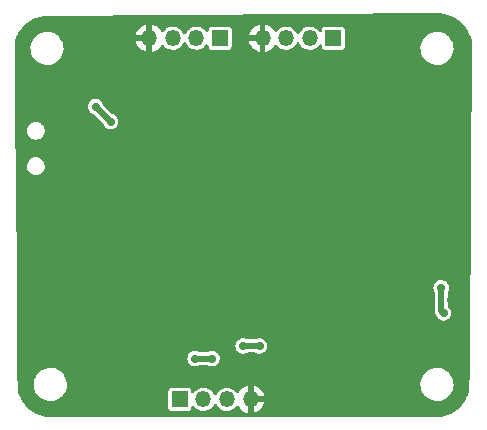
<source format=gbr>
%TF.GenerationSoftware,KiCad,Pcbnew,(6.0.7-1)-1*%
%TF.CreationDate,2022-10-07T20:30:11-05:00*%
%TF.ProjectId,KiCad,4b694361-642e-46b6-9963-61645f706362,rev?*%
%TF.SameCoordinates,Original*%
%TF.FileFunction,Copper,L2,Bot*%
%TF.FilePolarity,Positive*%
%FSLAX46Y46*%
G04 Gerber Fmt 4.6, Leading zero omitted, Abs format (unit mm)*
G04 Created by KiCad (PCBNEW (6.0.7-1)-1) date 2022-10-07 20:30:11*
%MOMM*%
%LPD*%
G01*
G04 APERTURE LIST*
%TA.AperFunction,ComponentPad*%
%ADD10R,1.350000X1.350000*%
%TD*%
%TA.AperFunction,ComponentPad*%
%ADD11O,1.350000X1.350000*%
%TD*%
%TA.AperFunction,ViaPad*%
%ADD12C,0.700000*%
%TD*%
%TA.AperFunction,Conductor*%
%ADD13C,0.500000*%
%TD*%
G04 APERTURE END LIST*
D10*
%TO.P,J3,1,Pin_1*%
%TO.N,+3.3V*%
X133469200Y-72796400D03*
D11*
%TO.P,J3,2,Pin_2*%
%TO.N,/SWDIO*%
X131469200Y-72796400D03*
%TO.P,J3,3,Pin_3*%
%TO.N,/SWDCLK*%
X129469200Y-72796400D03*
%TO.P,J3,4,Pin_4*%
%TO.N,GND*%
X127469200Y-72796400D03*
%TD*%
D10*
%TO.P,J1,1,Pin_1*%
%TO.N,+3.3V*%
X123869200Y-72796400D03*
D11*
%TO.P,J1,2,Pin_2*%
%TO.N,/USART1_TX*%
X121869200Y-72796400D03*
%TO.P,J1,3,Pin_3*%
%TO.N,/USART1_RX*%
X119869200Y-72796400D03*
%TO.P,J1,4,Pin_4*%
%TO.N,GND*%
X117869200Y-72796400D03*
%TD*%
D10*
%TO.P,J2,1,Pin_1*%
%TO.N,+3.3V*%
X120460000Y-103378000D03*
D11*
%TO.P,J2,2,Pin_2*%
%TO.N,/I2C2_SCL*%
X122460000Y-103378000D03*
%TO.P,J2,3,Pin_3*%
%TO.N,/I2C2_SDA*%
X124460000Y-103378000D03*
%TO.P,J2,4,Pin_4*%
%TO.N,GND*%
X126460000Y-103378000D03*
%TD*%
D12*
%TO.N,GND*%
X138176000Y-86868000D03*
X110617000Y-85471000D03*
X127203200Y-92354400D03*
X139827000Y-96139000D03*
X131953000Y-87376000D03*
X122809000Y-86614000D03*
X112725200Y-90068400D03*
X135890000Y-96393000D03*
X116840000Y-93218000D03*
X136271000Y-93218000D03*
X116840000Y-96520000D03*
X136271000Y-92329000D03*
X143408400Y-94945200D03*
X136779000Y-96393000D03*
X119126000Y-84455000D03*
X122174000Y-90357500D03*
X124206000Y-95123000D03*
X117983000Y-88265000D03*
X117983000Y-86233000D03*
X115062000Y-83566000D03*
%TO.N,+3.3V*%
X142798800Y-96062800D03*
X123190000Y-99923600D03*
X114604800Y-79857600D03*
X127218900Y-98856800D03*
X113334800Y-78587600D03*
X142595600Y-93929200D03*
X125819900Y-98856800D03*
X121760500Y-99923600D03*
%TD*%
D13*
%TO.N,+3.3V*%
X113334800Y-78587600D02*
X114604800Y-79857600D01*
X123190000Y-99923600D02*
X121760500Y-99923600D01*
X142595600Y-95859600D02*
X142595600Y-93929200D01*
X127218900Y-98856800D02*
X125819900Y-98856800D01*
X142798800Y-96062800D02*
X142595600Y-95859600D01*
%TD*%
%TA.AperFunction,Conductor*%
%TO.N,GND*%
G36*
X142226008Y-70660669D02*
G01*
X142240000Y-70663136D01*
X142250684Y-70661252D01*
X142258841Y-70661252D01*
X142274378Y-70660302D01*
X142547255Y-70674603D01*
X142560163Y-70675960D01*
X142857623Y-70723073D01*
X142870319Y-70725771D01*
X143161240Y-70803723D01*
X143173583Y-70807734D01*
X143454752Y-70915664D01*
X143466607Y-70920942D01*
X143582945Y-70980219D01*
X143734964Y-71057677D01*
X143746204Y-71064167D01*
X143998784Y-71228194D01*
X144009285Y-71235823D01*
X144243349Y-71425364D01*
X144252994Y-71434049D01*
X144465951Y-71647006D01*
X144474636Y-71656651D01*
X144664177Y-71890715D01*
X144671806Y-71901216D01*
X144835833Y-72153796D01*
X144842323Y-72165036D01*
X144886333Y-72251410D01*
X144967267Y-72410250D01*
X144979057Y-72433390D01*
X144984336Y-72445248D01*
X145092266Y-72726417D01*
X145096277Y-72738760D01*
X145174229Y-73029681D01*
X145176927Y-73042377D01*
X145224040Y-73339837D01*
X145225397Y-73352745D01*
X145239698Y-73625622D01*
X145238748Y-73641159D01*
X145238748Y-73649316D01*
X145236864Y-73660000D01*
X145239285Y-73673731D01*
X145241163Y-73696364D01*
X145145797Y-84377302D01*
X144993068Y-101483037D01*
X144987826Y-102070091D01*
X144985948Y-102090511D01*
X144982864Y-102108000D01*
X144984748Y-102118685D01*
X144984748Y-102128339D01*
X144985575Y-102142278D01*
X144980546Y-102231819D01*
X144970614Y-102408670D01*
X144969057Y-102422488D01*
X144933434Y-102632154D01*
X144926348Y-102673860D01*
X144919781Y-102712508D01*
X144916687Y-102726064D01*
X144835246Y-103008753D01*
X144830655Y-103021875D01*
X144823414Y-103039355D01*
X144718077Y-103293661D01*
X144712044Y-103306189D01*
X144569740Y-103563669D01*
X144562341Y-103575443D01*
X144392116Y-103815352D01*
X144383447Y-103826224D01*
X144187416Y-104045583D01*
X144177583Y-104055416D01*
X143958224Y-104251447D01*
X143947352Y-104260116D01*
X143707443Y-104430341D01*
X143695669Y-104437740D01*
X143438189Y-104580044D01*
X143425661Y-104586077D01*
X143257928Y-104655555D01*
X143153875Y-104698655D01*
X143140753Y-104703246D01*
X142858064Y-104784687D01*
X142844508Y-104787781D01*
X142554488Y-104837057D01*
X142540670Y-104838614D01*
X142378473Y-104847723D01*
X142274278Y-104853575D01*
X142260339Y-104852748D01*
X142250685Y-104852748D01*
X142240000Y-104850864D01*
X142224391Y-104853616D01*
X142202861Y-104855500D01*
X109511139Y-104855500D01*
X109489609Y-104853616D01*
X109474000Y-104850864D01*
X109463315Y-104852748D01*
X109453661Y-104852748D01*
X109439722Y-104853575D01*
X109335527Y-104847723D01*
X109173330Y-104838614D01*
X109159512Y-104837057D01*
X108869492Y-104787781D01*
X108855936Y-104784687D01*
X108573247Y-104703246D01*
X108560125Y-104698655D01*
X108456072Y-104655555D01*
X108288339Y-104586077D01*
X108275811Y-104580044D01*
X108018331Y-104437740D01*
X108006557Y-104430341D01*
X107766648Y-104260116D01*
X107755776Y-104251447D01*
X107583672Y-104097646D01*
X119484500Y-104097646D01*
X119487618Y-104123846D01*
X119533061Y-104226153D01*
X119612287Y-104305241D01*
X119622758Y-104309870D01*
X119622759Y-104309871D01*
X119706147Y-104346737D01*
X119706149Y-104346738D01*
X119714673Y-104350506D01*
X119740354Y-104353500D01*
X121179646Y-104353500D01*
X121183300Y-104353065D01*
X121183302Y-104353065D01*
X121188266Y-104352474D01*
X121205846Y-104350382D01*
X121308153Y-104304939D01*
X121387241Y-104225713D01*
X121391871Y-104215241D01*
X121428737Y-104131853D01*
X121428738Y-104131851D01*
X121432506Y-104123327D01*
X121435500Y-104097646D01*
X121435500Y-104012028D01*
X121455185Y-103944989D01*
X121507989Y-103899234D01*
X121577147Y-103889290D01*
X121640703Y-103918315D01*
X121656676Y-103935004D01*
X121754889Y-104058918D01*
X121900575Y-104182907D01*
X122067570Y-104276237D01*
X122249512Y-104335354D01*
X122255530Y-104336072D01*
X122255532Y-104336072D01*
X122384759Y-104351481D01*
X122439472Y-104358005D01*
X122445516Y-104357540D01*
X122445517Y-104357540D01*
X122504050Y-104353036D01*
X122630213Y-104343328D01*
X122751063Y-104309586D01*
X122808631Y-104293513D01*
X122808633Y-104293512D01*
X122814472Y-104291882D01*
X122985228Y-104205627D01*
X123135979Y-104087848D01*
X123139935Y-104083264D01*
X123139939Y-104083261D01*
X123257020Y-103947620D01*
X123260982Y-103943030D01*
X123265541Y-103935006D01*
X123333513Y-103815352D01*
X123353814Y-103779618D01*
X123404042Y-103731051D01*
X123472555Y-103717349D01*
X123537599Y-103742864D01*
X123571917Y-103784186D01*
X123590857Y-103821038D01*
X123636060Y-103908993D01*
X123639826Y-103913745D01*
X123639827Y-103913746D01*
X123685189Y-103970978D01*
X123754889Y-104058918D01*
X123900575Y-104182907D01*
X124067570Y-104276237D01*
X124249512Y-104335354D01*
X124255530Y-104336072D01*
X124255532Y-104336072D01*
X124384759Y-104351481D01*
X124439472Y-104358005D01*
X124445516Y-104357540D01*
X124445517Y-104357540D01*
X124504050Y-104353036D01*
X124630213Y-104343328D01*
X124751063Y-104309586D01*
X124808631Y-104293513D01*
X124808633Y-104293512D01*
X124814472Y-104291882D01*
X124985228Y-104205627D01*
X125135979Y-104087848D01*
X125139935Y-104083264D01*
X125139939Y-104083261D01*
X125245022Y-103961520D01*
X125303728Y-103923634D01*
X125373598Y-103923501D01*
X125432448Y-103961163D01*
X125440154Y-103970978D01*
X125559416Y-104139731D01*
X125566765Y-104148335D01*
X125713308Y-104291091D01*
X125722111Y-104298219D01*
X125892206Y-104411873D01*
X125902164Y-104417280D01*
X126090124Y-104498034D01*
X126100896Y-104501534D01*
X126192609Y-104522287D01*
X126206462Y-104521412D01*
X126210000Y-104512163D01*
X126210000Y-104511293D01*
X126710000Y-104511293D01*
X126713903Y-104524587D01*
X126727681Y-104526560D01*
X126729841Y-104526246D01*
X126740864Y-104523600D01*
X126934573Y-104457845D01*
X126944925Y-104453236D01*
X127123426Y-104353271D01*
X127132745Y-104346866D01*
X127290043Y-104216042D01*
X127298042Y-104208043D01*
X127428866Y-104050745D01*
X127435271Y-104041426D01*
X127535236Y-103862925D01*
X127539845Y-103852573D01*
X127605600Y-103658864D01*
X127608246Y-103647841D01*
X127608565Y-103645645D01*
X127606609Y-103631929D01*
X127593257Y-103628000D01*
X126727830Y-103628000D01*
X126712831Y-103632404D01*
X126711644Y-103633774D01*
X126710000Y-103641332D01*
X126710000Y-104511293D01*
X126210000Y-104511293D01*
X126210000Y-103110170D01*
X126710000Y-103110170D01*
X126714404Y-103125169D01*
X126715774Y-103126356D01*
X126723332Y-103128000D01*
X127592585Y-103128000D01*
X127605902Y-103124090D01*
X127607054Y-103116082D01*
X127563199Y-102960583D01*
X127559143Y-102950016D01*
X127468660Y-102766537D01*
X127462741Y-102756877D01*
X127340335Y-102592955D01*
X127332763Y-102584545D01*
X127182534Y-102445676D01*
X127173549Y-102438781D01*
X127000533Y-102329616D01*
X126990442Y-102324475D01*
X126800436Y-102248670D01*
X126789564Y-102245449D01*
X126727488Y-102233102D01*
X126714816Y-102234236D01*
X126710000Y-102249148D01*
X126710000Y-103110170D01*
X126210000Y-103110170D01*
X126210000Y-102246483D01*
X126206254Y-102233725D01*
X126191573Y-102231819D01*
X126160188Y-102237212D01*
X126149252Y-102240143D01*
X125957312Y-102310953D01*
X125947101Y-102315823D01*
X125771277Y-102420426D01*
X125762119Y-102427080D01*
X125608306Y-102561971D01*
X125600516Y-102570180D01*
X125473859Y-102730843D01*
X125467692Y-102740340D01*
X125449560Y-102774803D01*
X125400925Y-102824967D01*
X125332890Y-102840874D01*
X125267056Y-102817473D01*
X125243728Y-102795439D01*
X125196435Y-102737451D01*
X125155535Y-102687303D01*
X125031322Y-102584545D01*
X125012808Y-102569229D01*
X125012806Y-102569228D01*
X125008132Y-102565361D01*
X124839851Y-102474371D01*
X124657101Y-102417801D01*
X124466843Y-102397804D01*
X124460810Y-102398353D01*
X124460806Y-102398353D01*
X124282367Y-102414592D01*
X124282365Y-102414592D01*
X124276325Y-102415142D01*
X124270506Y-102416855D01*
X124270504Y-102416855D01*
X124098618Y-102467444D01*
X124098613Y-102467446D01*
X124092803Y-102469156D01*
X124087433Y-102471963D01*
X124087429Y-102471965D01*
X124020877Y-102506758D01*
X123923268Y-102557787D01*
X123889988Y-102584545D01*
X123793610Y-102662035D01*
X123774176Y-102677660D01*
X123651207Y-102824208D01*
X123576234Y-102960583D01*
X123568115Y-102975352D01*
X123518569Y-103024616D01*
X123450253Y-103039272D01*
X123384859Y-103014668D01*
X123349968Y-102973829D01*
X123342925Y-102960583D01*
X123276446Y-102835555D01*
X123155535Y-102687303D01*
X123031322Y-102584545D01*
X123012808Y-102569229D01*
X123012806Y-102569228D01*
X123008132Y-102565361D01*
X122839851Y-102474371D01*
X122657101Y-102417801D01*
X122466843Y-102397804D01*
X122460810Y-102398353D01*
X122460806Y-102398353D01*
X122282367Y-102414592D01*
X122282365Y-102414592D01*
X122276325Y-102415142D01*
X122270506Y-102416855D01*
X122270504Y-102416855D01*
X122098618Y-102467444D01*
X122098613Y-102467446D01*
X122092803Y-102469156D01*
X122087433Y-102471963D01*
X122087429Y-102471965D01*
X122020877Y-102506758D01*
X121923268Y-102557787D01*
X121889988Y-102584545D01*
X121793610Y-102662035D01*
X121774176Y-102677660D01*
X121654489Y-102820297D01*
X121596318Y-102858999D01*
X121526457Y-102860107D01*
X121467087Y-102823270D01*
X121437058Y-102760183D01*
X121435500Y-102740591D01*
X121435500Y-102658354D01*
X121432382Y-102632154D01*
X121386939Y-102529847D01*
X121307713Y-102450759D01*
X121297242Y-102446130D01*
X121297241Y-102446129D01*
X121213853Y-102409263D01*
X121213851Y-102409262D01*
X121205327Y-102405494D01*
X121179646Y-102402500D01*
X119740354Y-102402500D01*
X119736700Y-102402935D01*
X119736698Y-102402935D01*
X119731734Y-102403526D01*
X119714154Y-102405618D01*
X119611847Y-102451061D01*
X119532759Y-102530287D01*
X119528130Y-102540758D01*
X119528129Y-102540759D01*
X119515543Y-102569229D01*
X119487494Y-102632673D01*
X119484500Y-102658354D01*
X119484500Y-104097646D01*
X107583672Y-104097646D01*
X107536417Y-104055416D01*
X107526584Y-104045583D01*
X107330553Y-103826224D01*
X107321884Y-103815352D01*
X107151659Y-103575443D01*
X107144260Y-103563669D01*
X107001956Y-103306189D01*
X106995923Y-103293661D01*
X106890586Y-103039355D01*
X106883345Y-103021875D01*
X106878754Y-103008753D01*
X106797313Y-102726064D01*
X106794219Y-102712508D01*
X106787653Y-102673860D01*
X106780566Y-102632154D01*
X106744943Y-102422488D01*
X106743386Y-102408670D01*
X106733454Y-102231819D01*
X106728425Y-102142278D01*
X106729252Y-102128339D01*
X106729252Y-102118685D01*
X106731136Y-102108000D01*
X106728052Y-102090511D01*
X106726173Y-102070084D01*
X106725920Y-102041789D01*
X108095996Y-102041789D01*
X108099769Y-102142280D01*
X108103131Y-102231819D01*
X108104913Y-102279295D01*
X108105990Y-102284430D01*
X108105991Y-102284435D01*
X108152639Y-102506758D01*
X108153719Y-102511904D01*
X108155648Y-102516788D01*
X108155649Y-102516792D01*
X108185728Y-102592955D01*
X108241020Y-102732963D01*
X108243741Y-102737447D01*
X108243743Y-102737451D01*
X108311233Y-102848670D01*
X108364319Y-102936153D01*
X108398334Y-102975352D01*
X108515323Y-103110170D01*
X108520090Y-103115664D01*
X108703880Y-103266362D01*
X108708441Y-103268958D01*
X108708442Y-103268959D01*
X108905875Y-103381345D01*
X108905880Y-103381347D01*
X108910433Y-103383939D01*
X109133844Y-103465034D01*
X109367725Y-103507326D01*
X109392619Y-103508500D01*
X109559680Y-103508500D01*
X109562296Y-103508278D01*
X109562297Y-103508278D01*
X109731590Y-103493913D01*
X109736823Y-103493469D01*
X109966874Y-103433760D01*
X110183576Y-103336143D01*
X110380732Y-103203409D01*
X110552705Y-103039355D01*
X110694579Y-102848670D01*
X110707493Y-102823270D01*
X110799913Y-102641493D01*
X110799915Y-102641488D01*
X110802295Y-102636807D01*
X110815912Y-102592955D01*
X110871215Y-102414848D01*
X110872775Y-102409824D01*
X110874284Y-102398438D01*
X110903315Y-102179412D01*
X110903315Y-102179408D01*
X110904004Y-102174211D01*
X110899032Y-102041789D01*
X140835996Y-102041789D01*
X140839769Y-102142280D01*
X140843131Y-102231819D01*
X140844913Y-102279295D01*
X140845990Y-102284430D01*
X140845991Y-102284435D01*
X140892639Y-102506758D01*
X140893719Y-102511904D01*
X140895648Y-102516788D01*
X140895649Y-102516792D01*
X140925728Y-102592955D01*
X140981020Y-102732963D01*
X140983741Y-102737447D01*
X140983743Y-102737451D01*
X141051233Y-102848670D01*
X141104319Y-102936153D01*
X141138334Y-102975352D01*
X141255323Y-103110170D01*
X141260090Y-103115664D01*
X141443880Y-103266362D01*
X141448441Y-103268958D01*
X141448442Y-103268959D01*
X141645875Y-103381345D01*
X141645880Y-103381347D01*
X141650433Y-103383939D01*
X141873844Y-103465034D01*
X142107725Y-103507326D01*
X142132619Y-103508500D01*
X142299680Y-103508500D01*
X142302296Y-103508278D01*
X142302297Y-103508278D01*
X142471590Y-103493913D01*
X142476823Y-103493469D01*
X142706874Y-103433760D01*
X142923576Y-103336143D01*
X143120732Y-103203409D01*
X143292705Y-103039355D01*
X143434579Y-102848670D01*
X143447493Y-102823270D01*
X143539913Y-102641493D01*
X143539915Y-102641488D01*
X143542295Y-102636807D01*
X143555912Y-102592955D01*
X143611215Y-102414848D01*
X143612775Y-102409824D01*
X143614284Y-102398438D01*
X143643315Y-102179412D01*
X143643315Y-102179408D01*
X143644004Y-102174211D01*
X143635087Y-101936705D01*
X143607700Y-101806176D01*
X143587361Y-101709242D01*
X143587360Y-101709239D01*
X143586281Y-101704096D01*
X143498980Y-101483037D01*
X143431607Y-101372009D01*
X143378408Y-101284341D01*
X143375681Y-101279847D01*
X143219910Y-101100336D01*
X143036120Y-100949638D01*
X142918687Y-100882791D01*
X142834125Y-100834655D01*
X142834120Y-100834653D01*
X142829567Y-100832061D01*
X142606156Y-100750966D01*
X142372275Y-100708674D01*
X142347381Y-100707500D01*
X142180320Y-100707500D01*
X142177704Y-100707722D01*
X142177703Y-100707722D01*
X142166484Y-100708674D01*
X142003177Y-100722531D01*
X141773126Y-100782240D01*
X141556424Y-100879857D01*
X141359268Y-101012591D01*
X141187295Y-101176645D01*
X141045421Y-101367330D01*
X141043042Y-101372008D01*
X141043042Y-101372009D01*
X140988875Y-101478549D01*
X140937705Y-101579193D01*
X140867225Y-101806176D01*
X140835996Y-102041789D01*
X110899032Y-102041789D01*
X110895087Y-101936705D01*
X110867700Y-101806176D01*
X110847361Y-101709242D01*
X110847360Y-101709239D01*
X110846281Y-101704096D01*
X110758980Y-101483037D01*
X110691607Y-101372009D01*
X110638408Y-101284341D01*
X110635681Y-101279847D01*
X110479910Y-101100336D01*
X110296120Y-100949638D01*
X110178687Y-100882791D01*
X110094125Y-100834655D01*
X110094120Y-100834653D01*
X110089567Y-100832061D01*
X109866156Y-100750966D01*
X109632275Y-100708674D01*
X109607381Y-100707500D01*
X109440320Y-100707500D01*
X109437704Y-100707722D01*
X109437703Y-100707722D01*
X109426484Y-100708674D01*
X109263177Y-100722531D01*
X109033126Y-100782240D01*
X108816424Y-100879857D01*
X108619268Y-101012591D01*
X108447295Y-101176645D01*
X108305421Y-101367330D01*
X108303042Y-101372008D01*
X108303042Y-101372009D01*
X108248875Y-101478549D01*
X108197705Y-101579193D01*
X108127225Y-101806176D01*
X108095996Y-102041789D01*
X106725920Y-102041789D01*
X106720892Y-101478549D01*
X106706947Y-99916738D01*
X121105258Y-99916738D01*
X121106078Y-99924166D01*
X121106078Y-99924168D01*
X121107974Y-99941344D01*
X121122535Y-100073233D01*
X121176643Y-100221090D01*
X121264458Y-100351772D01*
X121286683Y-100371995D01*
X121375378Y-100452702D01*
X121375382Y-100452705D01*
X121380910Y-100457735D01*
X121387480Y-100461302D01*
X121387481Y-100461303D01*
X121512708Y-100529296D01*
X121519276Y-100532862D01*
X121621531Y-100559688D01*
X121664341Y-100570919D01*
X121664343Y-100570919D01*
X121671569Y-100572815D01*
X121748627Y-100574025D01*
X121821525Y-100575171D01*
X121821528Y-100575171D01*
X121828995Y-100575288D01*
X121836276Y-100573620D01*
X121836280Y-100573620D01*
X121975177Y-100541808D01*
X121975178Y-100541808D01*
X121982468Y-100540138D01*
X122087481Y-100487322D01*
X122143197Y-100474100D01*
X122809058Y-100474100D01*
X122868226Y-100489127D01*
X122948776Y-100532862D01*
X123051031Y-100559688D01*
X123093841Y-100570919D01*
X123093843Y-100570919D01*
X123101069Y-100572815D01*
X123178127Y-100574025D01*
X123251025Y-100575171D01*
X123251028Y-100575171D01*
X123258495Y-100575288D01*
X123265776Y-100573620D01*
X123265780Y-100573620D01*
X123404681Y-100541807D01*
X123411968Y-100540138D01*
X123552625Y-100469395D01*
X123558306Y-100464543D01*
X123558309Y-100464541D01*
X123666666Y-100371995D01*
X123666667Y-100371994D01*
X123672348Y-100367142D01*
X123683393Y-100351772D01*
X123703798Y-100323375D01*
X123764224Y-100239283D01*
X123822950Y-100093198D01*
X123824793Y-100080249D01*
X123844562Y-99941344D01*
X123844562Y-99941340D01*
X123845134Y-99937323D01*
X123845278Y-99923600D01*
X123826363Y-99767294D01*
X123770710Y-99620012D01*
X123692442Y-99506132D01*
X123685768Y-99496421D01*
X123685765Y-99496418D01*
X123681531Y-99490257D01*
X123605288Y-99422327D01*
X123569559Y-99390493D01*
X123569558Y-99390492D01*
X123563976Y-99385519D01*
X123424831Y-99311845D01*
X123272128Y-99273489D01*
X123190329Y-99273061D01*
X123122158Y-99272704D01*
X123122157Y-99272704D01*
X123114684Y-99272665D01*
X123107421Y-99274409D01*
X123107418Y-99274409D01*
X123042453Y-99290006D01*
X122961588Y-99309420D01*
X122896418Y-99343057D01*
X122864968Y-99359289D01*
X122808096Y-99373100D01*
X122141824Y-99373100D01*
X122083801Y-99358687D01*
X122001943Y-99315345D01*
X122001937Y-99315343D01*
X121995331Y-99311845D01*
X121842628Y-99273489D01*
X121760829Y-99273061D01*
X121692658Y-99272704D01*
X121692657Y-99272704D01*
X121685184Y-99272665D01*
X121677921Y-99274409D01*
X121677918Y-99274409D01*
X121612953Y-99290006D01*
X121532088Y-99309420D01*
X121392179Y-99381632D01*
X121273534Y-99485133D01*
X121183001Y-99613948D01*
X121125809Y-99760639D01*
X121105258Y-99916738D01*
X106706947Y-99916738D01*
X106697422Y-98849938D01*
X125164658Y-98849938D01*
X125165478Y-98857366D01*
X125165478Y-98857368D01*
X125167374Y-98874544D01*
X125181935Y-99006433D01*
X125236043Y-99154290D01*
X125240214Y-99160497D01*
X125316116Y-99273450D01*
X125323858Y-99284972D01*
X125357238Y-99315345D01*
X125434778Y-99385902D01*
X125434782Y-99385905D01*
X125440310Y-99390935D01*
X125446880Y-99394502D01*
X125446881Y-99394503D01*
X125572108Y-99462496D01*
X125578676Y-99466062D01*
X125632644Y-99480220D01*
X125723741Y-99504119D01*
X125723743Y-99504119D01*
X125730969Y-99506015D01*
X125808027Y-99507225D01*
X125880925Y-99508371D01*
X125880928Y-99508371D01*
X125888395Y-99508488D01*
X125895676Y-99506820D01*
X125895680Y-99506820D01*
X126034577Y-99475008D01*
X126034578Y-99475008D01*
X126041868Y-99473338D01*
X126146881Y-99420522D01*
X126202597Y-99407300D01*
X126837958Y-99407300D01*
X126897126Y-99422327D01*
X126977676Y-99466062D01*
X127031644Y-99480220D01*
X127122741Y-99504119D01*
X127122743Y-99504119D01*
X127129969Y-99506015D01*
X127207027Y-99507225D01*
X127279925Y-99508371D01*
X127279928Y-99508371D01*
X127287395Y-99508488D01*
X127294676Y-99506820D01*
X127294680Y-99506820D01*
X127433581Y-99475007D01*
X127440868Y-99473338D01*
X127581525Y-99402595D01*
X127587206Y-99397743D01*
X127587209Y-99397741D01*
X127695566Y-99305195D01*
X127695567Y-99305194D01*
X127701248Y-99300342D01*
X127712293Y-99284972D01*
X127732698Y-99256575D01*
X127793124Y-99172483D01*
X127851850Y-99026398D01*
X127853693Y-99013449D01*
X127873462Y-98874544D01*
X127873462Y-98874540D01*
X127874034Y-98870523D01*
X127874178Y-98856800D01*
X127855263Y-98700494D01*
X127799610Y-98553212D01*
X127791237Y-98541029D01*
X127714668Y-98429621D01*
X127714665Y-98429618D01*
X127710431Y-98423457D01*
X127592876Y-98318719D01*
X127453731Y-98245045D01*
X127301028Y-98206689D01*
X127219229Y-98206261D01*
X127151058Y-98205904D01*
X127151057Y-98205904D01*
X127143584Y-98205865D01*
X127136321Y-98207609D01*
X127136318Y-98207609D01*
X127067036Y-98224243D01*
X126990488Y-98242620D01*
X126925318Y-98276257D01*
X126893868Y-98292489D01*
X126836996Y-98306300D01*
X126201224Y-98306300D01*
X126143201Y-98291887D01*
X126061343Y-98248545D01*
X126061337Y-98248543D01*
X126054731Y-98245045D01*
X125902028Y-98206689D01*
X125820229Y-98206261D01*
X125752058Y-98205904D01*
X125752057Y-98205904D01*
X125744584Y-98205865D01*
X125737321Y-98207609D01*
X125737318Y-98207609D01*
X125668036Y-98224243D01*
X125591488Y-98242620D01*
X125451579Y-98314832D01*
X125332934Y-98418333D01*
X125242401Y-98547148D01*
X125185209Y-98693839D01*
X125164658Y-98849938D01*
X106697422Y-98849938D01*
X106653426Y-93922338D01*
X141940358Y-93922338D01*
X141941178Y-93929766D01*
X141941178Y-93929768D01*
X141943074Y-93946944D01*
X141957635Y-94078833D01*
X142011743Y-94226690D01*
X142015915Y-94232898D01*
X142024020Y-94244960D01*
X142045100Y-94314122D01*
X142045100Y-95844643D01*
X142044991Y-95849835D01*
X142042390Y-95911894D01*
X142044321Y-95920125D01*
X142044321Y-95920129D01*
X142052347Y-95954347D01*
X142054476Y-95965832D01*
X142060394Y-96009032D01*
X142063751Y-96016789D01*
X142066434Y-96022989D01*
X142073358Y-96043925D01*
X142076832Y-96058736D01*
X142088821Y-96080544D01*
X142097838Y-96096946D01*
X142102976Y-96107435D01*
X142116937Y-96139697D01*
X142116940Y-96139702D01*
X142120295Y-96147455D01*
X142125612Y-96154021D01*
X142125613Y-96154023D01*
X142129867Y-96159276D01*
X142142157Y-96177565D01*
X142149493Y-96190907D01*
X142149436Y-96190938D01*
X142161387Y-96213942D01*
X142214943Y-96360290D01*
X142302758Y-96490972D01*
X142324983Y-96511195D01*
X142413678Y-96591902D01*
X142413682Y-96591905D01*
X142419210Y-96596935D01*
X142557576Y-96672062D01*
X142659831Y-96698888D01*
X142702641Y-96710119D01*
X142702643Y-96710119D01*
X142709869Y-96712015D01*
X142786927Y-96713225D01*
X142859825Y-96714371D01*
X142859828Y-96714371D01*
X142867295Y-96714488D01*
X142874576Y-96712820D01*
X142874580Y-96712820D01*
X143013481Y-96681007D01*
X143020768Y-96679338D01*
X143161425Y-96608595D01*
X143167106Y-96603743D01*
X143167109Y-96603741D01*
X143275466Y-96511195D01*
X143275467Y-96511194D01*
X143281148Y-96506342D01*
X143292193Y-96490972D01*
X143312598Y-96462575D01*
X143373024Y-96378483D01*
X143431750Y-96232398D01*
X143434377Y-96213942D01*
X143453362Y-96080544D01*
X143453362Y-96080540D01*
X143453934Y-96076523D01*
X143454078Y-96062800D01*
X143450490Y-96033150D01*
X143436062Y-95913919D01*
X143436061Y-95913915D01*
X143435163Y-95906494D01*
X143379510Y-95759212D01*
X143375273Y-95753047D01*
X143294568Y-95635621D01*
X143294565Y-95635618D01*
X143290331Y-95629457D01*
X143284749Y-95624483D01*
X143284744Y-95624478D01*
X143187612Y-95537937D01*
X143150652Y-95478643D01*
X143146100Y-95445354D01*
X143146100Y-94317830D01*
X143164982Y-94259220D01*
X143161861Y-94257504D01*
X143165464Y-94250950D01*
X143169824Y-94244883D01*
X143228550Y-94098798D01*
X143230393Y-94085849D01*
X143250162Y-93946944D01*
X143250162Y-93946940D01*
X143250734Y-93942923D01*
X143250878Y-93929200D01*
X143231963Y-93772894D01*
X143176310Y-93625612D01*
X143167937Y-93613429D01*
X143091368Y-93502021D01*
X143091365Y-93502018D01*
X143087131Y-93495857D01*
X142969576Y-93391119D01*
X142830431Y-93317445D01*
X142677728Y-93279089D01*
X142595929Y-93278661D01*
X142527758Y-93278304D01*
X142527757Y-93278304D01*
X142520284Y-93278265D01*
X142513021Y-93280009D01*
X142513018Y-93280009D01*
X142443736Y-93296643D01*
X142367188Y-93315020D01*
X142227279Y-93387232D01*
X142108634Y-93490733D01*
X142018101Y-93619548D01*
X141960909Y-93766239D01*
X141940358Y-93922338D01*
X106653426Y-93922338D01*
X106568202Y-84377302D01*
X106561884Y-83669662D01*
X107518297Y-83669662D01*
X107547934Y-83842140D01*
X107616454Y-84003173D01*
X107620721Y-84008971D01*
X107620722Y-84008973D01*
X107677892Y-84086657D01*
X107720183Y-84144124D01*
X107725674Y-84148789D01*
X107725675Y-84148790D01*
X107848061Y-84252765D01*
X107848064Y-84252767D01*
X107853555Y-84257432D01*
X107859972Y-84260709D01*
X107859974Y-84260710D01*
X107926416Y-84294637D01*
X108009416Y-84337019D01*
X108016412Y-84338731D01*
X108016415Y-84338732D01*
X108087563Y-84356141D01*
X108179406Y-84378615D01*
X108184914Y-84378957D01*
X108184916Y-84378957D01*
X108188544Y-84379182D01*
X108188548Y-84379182D01*
X108190448Y-84379300D01*
X108316622Y-84379300D01*
X108446628Y-84364143D01*
X108453395Y-84361687D01*
X108453398Y-84361686D01*
X108604357Y-84306890D01*
X108604358Y-84306889D01*
X108611131Y-84304431D01*
X108757485Y-84208477D01*
X108762437Y-84203249D01*
X108762440Y-84203247D01*
X108872887Y-84086657D01*
X108872889Y-84086655D01*
X108877840Y-84081428D01*
X108881456Y-84075203D01*
X108881458Y-84075200D01*
X108962122Y-83936325D01*
X108965739Y-83930098D01*
X109016467Y-83762607D01*
X109027303Y-83587938D01*
X108997666Y-83415460D01*
X108929146Y-83254427D01*
X108876140Y-83182400D01*
X108829688Y-83119279D01*
X108829686Y-83119277D01*
X108825417Y-83113476D01*
X108745016Y-83045170D01*
X108697539Y-83004835D01*
X108697536Y-83004833D01*
X108692045Y-83000168D01*
X108685628Y-82996891D01*
X108685626Y-82996890D01*
X108595188Y-82950710D01*
X108536184Y-82920581D01*
X108529188Y-82918869D01*
X108529185Y-82918868D01*
X108458037Y-82901459D01*
X108366194Y-82878985D01*
X108360686Y-82878643D01*
X108360684Y-82878643D01*
X108357056Y-82878418D01*
X108357052Y-82878418D01*
X108355152Y-82878300D01*
X108228978Y-82878300D01*
X108098972Y-82893457D01*
X108092205Y-82895913D01*
X108092202Y-82895914D01*
X107941243Y-82950710D01*
X107934469Y-82953169D01*
X107788115Y-83049123D01*
X107783163Y-83054351D01*
X107783160Y-83054353D01*
X107721655Y-83119279D01*
X107667760Y-83176172D01*
X107664144Y-83182397D01*
X107664142Y-83182400D01*
X107625675Y-83248627D01*
X107579861Y-83327502D01*
X107529133Y-83494993D01*
X107518297Y-83669662D01*
X106561884Y-83669662D01*
X106535098Y-80669662D01*
X107518297Y-80669662D01*
X107547934Y-80842140D01*
X107616454Y-81003173D01*
X107620721Y-81008971D01*
X107620722Y-81008973D01*
X107677892Y-81086657D01*
X107720183Y-81144124D01*
X107725674Y-81148789D01*
X107725675Y-81148790D01*
X107848061Y-81252765D01*
X107848064Y-81252767D01*
X107853555Y-81257432D01*
X107859972Y-81260709D01*
X107859974Y-81260710D01*
X107926416Y-81294637D01*
X108009416Y-81337019D01*
X108016412Y-81338731D01*
X108016415Y-81338732D01*
X108087563Y-81356141D01*
X108179406Y-81378615D01*
X108184914Y-81378957D01*
X108184916Y-81378957D01*
X108188544Y-81379182D01*
X108188548Y-81379182D01*
X108190448Y-81379300D01*
X108316622Y-81379300D01*
X108446628Y-81364143D01*
X108453395Y-81361687D01*
X108453398Y-81361686D01*
X108604357Y-81306890D01*
X108604358Y-81306889D01*
X108611131Y-81304431D01*
X108757485Y-81208477D01*
X108762437Y-81203249D01*
X108762440Y-81203247D01*
X108872887Y-81086657D01*
X108872889Y-81086655D01*
X108877840Y-81081428D01*
X108881456Y-81075203D01*
X108881458Y-81075200D01*
X108962122Y-80936325D01*
X108965739Y-80930098D01*
X109016467Y-80762607D01*
X109027303Y-80587938D01*
X108997666Y-80415460D01*
X108992533Y-80403395D01*
X108949023Y-80301142D01*
X108929146Y-80254427D01*
X108873898Y-80179354D01*
X108829688Y-80119279D01*
X108829686Y-80119277D01*
X108825417Y-80113476D01*
X108732021Y-80034130D01*
X108697539Y-80004835D01*
X108697536Y-80004833D01*
X108692045Y-80000168D01*
X108685628Y-79996891D01*
X108685626Y-79996890D01*
X108595188Y-79950710D01*
X108536184Y-79920581D01*
X108529188Y-79918869D01*
X108529185Y-79918868D01*
X108458037Y-79901459D01*
X108366194Y-79878985D01*
X108360686Y-79878643D01*
X108360684Y-79878643D01*
X108357056Y-79878418D01*
X108357052Y-79878418D01*
X108355152Y-79878300D01*
X108228978Y-79878300D01*
X108098972Y-79893457D01*
X108092205Y-79895913D01*
X108092202Y-79895914D01*
X107941243Y-79950710D01*
X107934469Y-79953169D01*
X107788115Y-80049123D01*
X107783163Y-80054351D01*
X107783160Y-80054353D01*
X107721655Y-80119279D01*
X107667760Y-80176172D01*
X107664144Y-80182397D01*
X107664142Y-80182400D01*
X107625675Y-80248627D01*
X107579861Y-80327502D01*
X107529133Y-80494993D01*
X107518297Y-80669662D01*
X106535098Y-80669662D01*
X106516447Y-78580738D01*
X112679558Y-78580738D01*
X112696835Y-78737233D01*
X112750943Y-78885090D01*
X112838758Y-79015772D01*
X112893493Y-79065577D01*
X112949678Y-79116702D01*
X112949682Y-79116705D01*
X112955210Y-79121735D01*
X113093576Y-79196862D01*
X113158656Y-79213936D01*
X113214870Y-79246195D01*
X113942239Y-79973563D01*
X113971005Y-80018629D01*
X114020943Y-80155090D01*
X114108758Y-80285772D01*
X114154619Y-80327502D01*
X114219678Y-80386702D01*
X114219682Y-80386705D01*
X114225210Y-80391735D01*
X114231780Y-80395302D01*
X114231781Y-80395303D01*
X114281993Y-80422566D01*
X114363576Y-80466862D01*
X114444516Y-80488096D01*
X114508641Y-80504919D01*
X114508643Y-80504919D01*
X114515869Y-80506815D01*
X114592927Y-80508025D01*
X114665825Y-80509171D01*
X114665828Y-80509171D01*
X114673295Y-80509288D01*
X114680576Y-80507620D01*
X114680580Y-80507620D01*
X114819481Y-80475807D01*
X114826768Y-80474138D01*
X114967425Y-80403395D01*
X114973106Y-80398543D01*
X114973109Y-80398541D01*
X115081466Y-80305995D01*
X115081467Y-80305994D01*
X115087148Y-80301142D01*
X115098193Y-80285772D01*
X115124884Y-80248627D01*
X115179024Y-80173283D01*
X115237750Y-80027198D01*
X115238803Y-80019801D01*
X115259362Y-79875344D01*
X115259362Y-79875340D01*
X115259934Y-79871323D01*
X115260078Y-79857600D01*
X115241163Y-79701294D01*
X115185510Y-79554012D01*
X115181273Y-79547847D01*
X115100568Y-79430421D01*
X115100565Y-79430418D01*
X115096331Y-79424257D01*
X114978776Y-79319519D01*
X114839631Y-79245845D01*
X114781979Y-79231364D01*
X114724506Y-79198781D01*
X113998632Y-78472908D01*
X113970318Y-78429058D01*
X113918154Y-78291008D01*
X113918152Y-78291005D01*
X113915510Y-78284012D01*
X113907137Y-78271829D01*
X113830568Y-78160421D01*
X113830565Y-78160418D01*
X113826331Y-78154257D01*
X113708776Y-78049519D01*
X113569631Y-77975845D01*
X113416928Y-77937489D01*
X113335129Y-77937061D01*
X113266958Y-77936704D01*
X113266957Y-77936704D01*
X113259484Y-77936665D01*
X113252221Y-77938409D01*
X113252218Y-77938409D01*
X113182936Y-77955042D01*
X113106388Y-77973420D01*
X112966479Y-78045632D01*
X112847834Y-78149133D01*
X112757301Y-78277948D01*
X112700109Y-78424639D01*
X112679558Y-78580738D01*
X106516447Y-78580738D01*
X106472836Y-73696371D01*
X106474715Y-73673731D01*
X106475252Y-73670686D01*
X106475252Y-73670684D01*
X106477136Y-73660000D01*
X106475252Y-73649315D01*
X106475252Y-73639661D01*
X106474425Y-73625720D01*
X106476219Y-73593789D01*
X107815996Y-73593789D01*
X107824913Y-73831295D01*
X107825990Y-73836430D01*
X107825991Y-73836435D01*
X107872639Y-74058758D01*
X107873719Y-74063904D01*
X107961020Y-74284963D01*
X107963741Y-74289447D01*
X107963743Y-74289451D01*
X108031233Y-74400670D01*
X108084319Y-74488153D01*
X108240090Y-74667664D01*
X108423880Y-74818362D01*
X108428441Y-74820958D01*
X108428442Y-74820959D01*
X108625875Y-74933345D01*
X108625880Y-74933347D01*
X108630433Y-74935939D01*
X108853844Y-75017034D01*
X109087725Y-75059326D01*
X109112619Y-75060500D01*
X109279680Y-75060500D01*
X109282296Y-75060278D01*
X109282297Y-75060278D01*
X109451590Y-75045913D01*
X109456823Y-75045469D01*
X109686874Y-74985760D01*
X109903576Y-74888143D01*
X110100732Y-74755409D01*
X110272705Y-74591355D01*
X110414579Y-74400670D01*
X110416958Y-74395991D01*
X110519913Y-74193493D01*
X110519915Y-74193488D01*
X110522295Y-74188807D01*
X110592775Y-73961824D01*
X110595693Y-73939812D01*
X110623315Y-73731412D01*
X110623315Y-73731408D01*
X110624004Y-73726211D01*
X110616247Y-73519612D01*
X110615284Y-73493949D01*
X110615284Y-73493948D01*
X110615087Y-73488705D01*
X110611701Y-73472563D01*
X110567361Y-73261242D01*
X110567360Y-73261239D01*
X110566281Y-73256096D01*
X110542334Y-73195457D01*
X110488506Y-73059159D01*
X116723544Y-73059159D01*
X116755454Y-73184802D01*
X116759227Y-73195457D01*
X116844883Y-73381259D01*
X116850539Y-73391055D01*
X116968616Y-73558131D01*
X116975965Y-73566735D01*
X117122508Y-73709491D01*
X117131311Y-73716619D01*
X117301406Y-73830273D01*
X117311364Y-73835680D01*
X117499324Y-73916434D01*
X117510096Y-73919934D01*
X117601809Y-73940687D01*
X117615662Y-73939812D01*
X117619200Y-73930563D01*
X117619200Y-73929693D01*
X118119200Y-73929693D01*
X118123103Y-73942987D01*
X118136881Y-73944960D01*
X118139041Y-73944646D01*
X118150064Y-73942000D01*
X118343773Y-73876245D01*
X118354125Y-73871636D01*
X118532626Y-73771671D01*
X118541945Y-73765266D01*
X118699243Y-73634442D01*
X118707242Y-73626443D01*
X118838066Y-73469145D01*
X118844471Y-73459826D01*
X118880641Y-73395239D01*
X118930573Y-73346366D01*
X118999001Y-73332246D01*
X119064200Y-73357362D01*
X119086007Y-73378803D01*
X119164089Y-73477318D01*
X119309775Y-73601307D01*
X119315073Y-73604268D01*
X119464220Y-73687623D01*
X119476770Y-73694637D01*
X119658712Y-73753754D01*
X119664730Y-73754472D01*
X119664732Y-73754472D01*
X119793959Y-73769881D01*
X119848672Y-73776405D01*
X119854716Y-73775940D01*
X119854717Y-73775940D01*
X119913250Y-73771436D01*
X120039413Y-73761728D01*
X120166621Y-73726211D01*
X120217831Y-73711913D01*
X120217833Y-73711912D01*
X120223672Y-73710282D01*
X120394428Y-73624027D01*
X120545179Y-73506248D01*
X120549135Y-73501664D01*
X120549139Y-73501661D01*
X120666220Y-73366020D01*
X120670182Y-73361430D01*
X120675325Y-73352378D01*
X120763013Y-73198018D01*
X120813242Y-73149451D01*
X120881755Y-73135749D01*
X120946799Y-73161264D01*
X120981117Y-73202586D01*
X121045260Y-73327393D01*
X121049026Y-73332145D01*
X121049027Y-73332146D01*
X121130108Y-73434444D01*
X121164089Y-73477318D01*
X121309775Y-73601307D01*
X121315073Y-73604268D01*
X121464220Y-73687623D01*
X121476770Y-73694637D01*
X121658712Y-73753754D01*
X121664730Y-73754472D01*
X121664732Y-73754472D01*
X121793959Y-73769881D01*
X121848672Y-73776405D01*
X121854716Y-73775940D01*
X121854717Y-73775940D01*
X121913250Y-73771436D01*
X122039413Y-73761728D01*
X122166621Y-73726211D01*
X122217831Y-73711913D01*
X122217833Y-73711912D01*
X122223672Y-73710282D01*
X122394428Y-73624027D01*
X122545179Y-73506248D01*
X122549135Y-73501664D01*
X122549139Y-73501661D01*
X122666218Y-73366023D01*
X122666220Y-73366019D01*
X122670182Y-73361430D01*
X122670244Y-73361483D01*
X122723099Y-73319534D01*
X122792622Y-73312581D01*
X122854867Y-73344319D01*
X122890072Y-73404670D01*
X122893700Y-73434444D01*
X122893700Y-73516046D01*
X122896818Y-73542246D01*
X122942261Y-73644553D01*
X123021487Y-73723641D01*
X123031958Y-73728270D01*
X123031959Y-73728271D01*
X123115347Y-73765137D01*
X123115349Y-73765138D01*
X123123873Y-73768906D01*
X123149554Y-73771900D01*
X124588846Y-73771900D01*
X124592500Y-73771465D01*
X124592502Y-73771465D01*
X124597466Y-73770874D01*
X124615046Y-73768782D01*
X124717353Y-73723339D01*
X124796441Y-73644113D01*
X124801071Y-73633641D01*
X124837937Y-73550253D01*
X124837938Y-73550251D01*
X124841706Y-73541727D01*
X124844700Y-73516046D01*
X124844700Y-73059159D01*
X126323544Y-73059159D01*
X126355454Y-73184802D01*
X126359227Y-73195457D01*
X126444883Y-73381259D01*
X126450539Y-73391055D01*
X126568616Y-73558131D01*
X126575965Y-73566735D01*
X126722508Y-73709491D01*
X126731311Y-73716619D01*
X126901406Y-73830273D01*
X126911364Y-73835680D01*
X127099324Y-73916434D01*
X127110096Y-73919934D01*
X127201809Y-73940687D01*
X127215662Y-73939812D01*
X127219200Y-73930563D01*
X127219200Y-73929693D01*
X127719200Y-73929693D01*
X127723103Y-73942987D01*
X127736881Y-73944960D01*
X127739041Y-73944646D01*
X127750064Y-73942000D01*
X127943773Y-73876245D01*
X127954125Y-73871636D01*
X128132626Y-73771671D01*
X128141945Y-73765266D01*
X128299243Y-73634442D01*
X128307242Y-73626443D01*
X128438066Y-73469145D01*
X128444471Y-73459826D01*
X128480641Y-73395239D01*
X128530573Y-73346366D01*
X128599001Y-73332246D01*
X128664200Y-73357362D01*
X128686007Y-73378803D01*
X128764089Y-73477318D01*
X128909775Y-73601307D01*
X128915073Y-73604268D01*
X129064220Y-73687623D01*
X129076770Y-73694637D01*
X129258712Y-73753754D01*
X129264730Y-73754472D01*
X129264732Y-73754472D01*
X129393959Y-73769881D01*
X129448672Y-73776405D01*
X129454716Y-73775940D01*
X129454717Y-73775940D01*
X129513250Y-73771436D01*
X129639413Y-73761728D01*
X129766621Y-73726211D01*
X129817831Y-73711913D01*
X129817833Y-73711912D01*
X129823672Y-73710282D01*
X129994428Y-73624027D01*
X130145179Y-73506248D01*
X130149135Y-73501664D01*
X130149139Y-73501661D01*
X130266220Y-73366020D01*
X130270182Y-73361430D01*
X130275325Y-73352378D01*
X130363013Y-73198018D01*
X130413242Y-73149451D01*
X130481755Y-73135749D01*
X130546799Y-73161264D01*
X130581117Y-73202586D01*
X130645260Y-73327393D01*
X130649026Y-73332145D01*
X130649027Y-73332146D01*
X130730108Y-73434444D01*
X130764089Y-73477318D01*
X130909775Y-73601307D01*
X130915073Y-73604268D01*
X131064220Y-73687623D01*
X131076770Y-73694637D01*
X131258712Y-73753754D01*
X131264730Y-73754472D01*
X131264732Y-73754472D01*
X131393959Y-73769881D01*
X131448672Y-73776405D01*
X131454716Y-73775940D01*
X131454717Y-73775940D01*
X131513250Y-73771436D01*
X131639413Y-73761728D01*
X131766621Y-73726211D01*
X131817831Y-73711913D01*
X131817833Y-73711912D01*
X131823672Y-73710282D01*
X131994428Y-73624027D01*
X132145179Y-73506248D01*
X132149135Y-73501664D01*
X132149139Y-73501661D01*
X132266218Y-73366023D01*
X132266220Y-73366019D01*
X132270182Y-73361430D01*
X132270244Y-73361483D01*
X132323099Y-73319534D01*
X132392622Y-73312581D01*
X132454867Y-73344319D01*
X132490072Y-73404670D01*
X132493700Y-73434444D01*
X132493700Y-73516046D01*
X132496818Y-73542246D01*
X132542261Y-73644553D01*
X132621487Y-73723641D01*
X132631958Y-73728270D01*
X132631959Y-73728271D01*
X132715347Y-73765137D01*
X132715349Y-73765138D01*
X132723873Y-73768906D01*
X132749554Y-73771900D01*
X134188846Y-73771900D01*
X134192500Y-73771465D01*
X134192502Y-73771465D01*
X134197466Y-73770874D01*
X134215046Y-73768782D01*
X134317353Y-73723339D01*
X134396441Y-73644113D01*
X134401071Y-73633641D01*
X134418690Y-73593789D01*
X140835996Y-73593789D01*
X140844913Y-73831295D01*
X140845990Y-73836430D01*
X140845991Y-73836435D01*
X140892639Y-74058758D01*
X140893719Y-74063904D01*
X140981020Y-74284963D01*
X140983741Y-74289447D01*
X140983743Y-74289451D01*
X141051233Y-74400670D01*
X141104319Y-74488153D01*
X141260090Y-74667664D01*
X141443880Y-74818362D01*
X141448441Y-74820958D01*
X141448442Y-74820959D01*
X141645875Y-74933345D01*
X141645880Y-74933347D01*
X141650433Y-74935939D01*
X141873844Y-75017034D01*
X142107725Y-75059326D01*
X142132619Y-75060500D01*
X142299680Y-75060500D01*
X142302296Y-75060278D01*
X142302297Y-75060278D01*
X142471590Y-75045913D01*
X142476823Y-75045469D01*
X142706874Y-74985760D01*
X142923576Y-74888143D01*
X143120732Y-74755409D01*
X143292705Y-74591355D01*
X143434579Y-74400670D01*
X143436958Y-74395991D01*
X143539913Y-74193493D01*
X143539915Y-74193488D01*
X143542295Y-74188807D01*
X143612775Y-73961824D01*
X143615693Y-73939812D01*
X143643315Y-73731412D01*
X143643315Y-73731408D01*
X143644004Y-73726211D01*
X143636247Y-73519612D01*
X143635284Y-73493949D01*
X143635284Y-73493948D01*
X143635087Y-73488705D01*
X143631701Y-73472563D01*
X143587361Y-73261242D01*
X143587360Y-73261239D01*
X143586281Y-73256096D01*
X143562334Y-73195457D01*
X143507058Y-73055492D01*
X143498980Y-73035037D01*
X143431607Y-72924009D01*
X143378408Y-72836341D01*
X143375681Y-72831847D01*
X143219910Y-72652336D01*
X143036120Y-72501638D01*
X142976858Y-72467904D01*
X142834125Y-72386655D01*
X142834120Y-72386653D01*
X142829567Y-72384061D01*
X142606156Y-72302966D01*
X142372275Y-72260674D01*
X142347381Y-72259500D01*
X142180320Y-72259500D01*
X142177704Y-72259722D01*
X142177703Y-72259722D01*
X142166484Y-72260674D01*
X142003177Y-72274531D01*
X141773126Y-72334240D01*
X141556424Y-72431857D01*
X141359268Y-72564591D01*
X141187295Y-72728645D01*
X141045421Y-72919330D01*
X141043042Y-72924008D01*
X141043042Y-72924009D01*
X140971751Y-73064230D01*
X140937705Y-73131193D01*
X140936146Y-73136213D01*
X140936145Y-73136216D01*
X140875276Y-73332246D01*
X140867225Y-73358176D01*
X140866534Y-73363386D01*
X140866534Y-73363388D01*
X140839582Y-73566735D01*
X140835996Y-73593789D01*
X134418690Y-73593789D01*
X134437937Y-73550253D01*
X134437938Y-73550251D01*
X134441706Y-73541727D01*
X134444700Y-73516046D01*
X134444700Y-72076754D01*
X134441582Y-72050554D01*
X134396139Y-71948247D01*
X134316913Y-71869159D01*
X134306442Y-71864530D01*
X134306441Y-71864529D01*
X134223053Y-71827663D01*
X134223051Y-71827662D01*
X134214527Y-71823894D01*
X134188846Y-71820900D01*
X132749554Y-71820900D01*
X132745900Y-71821335D01*
X132745898Y-71821335D01*
X132740934Y-71821926D01*
X132723354Y-71824018D01*
X132621047Y-71869461D01*
X132541959Y-71948687D01*
X132537330Y-71959158D01*
X132537329Y-71959159D01*
X132524743Y-71987629D01*
X132496694Y-72051073D01*
X132493700Y-72076754D01*
X132493700Y-72160823D01*
X132474015Y-72227862D01*
X132421211Y-72273617D01*
X132352053Y-72283561D01*
X132288497Y-72254536D01*
X132273607Y-72239194D01*
X132272602Y-72237961D01*
X132164735Y-72105703D01*
X132040522Y-72002945D01*
X132022008Y-71987629D01*
X132022006Y-71987628D01*
X132017332Y-71983761D01*
X131849051Y-71892771D01*
X131666301Y-71836201D01*
X131476043Y-71816204D01*
X131470010Y-71816753D01*
X131470006Y-71816753D01*
X131291567Y-71832992D01*
X131291565Y-71832992D01*
X131285525Y-71833542D01*
X131279706Y-71835255D01*
X131279704Y-71835255D01*
X131107818Y-71885844D01*
X131107813Y-71885846D01*
X131102003Y-71887556D01*
X131096633Y-71890363D01*
X131096629Y-71890365D01*
X131013162Y-71934001D01*
X130932468Y-71976187D01*
X130899188Y-72002945D01*
X130802810Y-72080435D01*
X130783376Y-72096060D01*
X130660407Y-72242608D01*
X130578152Y-72392229D01*
X130577315Y-72393752D01*
X130527769Y-72443016D01*
X130459453Y-72457672D01*
X130394059Y-72433068D01*
X130359168Y-72392229D01*
X130285646Y-72253955D01*
X130164735Y-72105703D01*
X130040522Y-72002945D01*
X130022008Y-71987629D01*
X130022006Y-71987628D01*
X130017332Y-71983761D01*
X129849051Y-71892771D01*
X129666301Y-71836201D01*
X129476043Y-71816204D01*
X129470010Y-71816753D01*
X129470006Y-71816753D01*
X129291567Y-71832992D01*
X129291565Y-71832992D01*
X129285525Y-71833542D01*
X129279706Y-71835255D01*
X129279704Y-71835255D01*
X129107818Y-71885844D01*
X129107813Y-71885846D01*
X129102003Y-71887556D01*
X129096633Y-71890363D01*
X129096629Y-71890365D01*
X129013162Y-71934001D01*
X128932468Y-71976187D01*
X128899188Y-72002945D01*
X128802810Y-72080435D01*
X128783376Y-72096060D01*
X128730784Y-72158736D01*
X128685496Y-72212708D01*
X128627325Y-72251410D01*
X128557464Y-72252518D01*
X128498094Y-72215681D01*
X128479294Y-72187845D01*
X128477858Y-72184932D01*
X128471941Y-72175277D01*
X128349535Y-72011355D01*
X128341963Y-72002945D01*
X128191734Y-71864076D01*
X128182749Y-71857181D01*
X128009733Y-71748016D01*
X127999642Y-71742875D01*
X127809636Y-71667070D01*
X127798764Y-71663849D01*
X127736688Y-71651502D01*
X127724016Y-71652636D01*
X127719200Y-71667548D01*
X127719200Y-73929693D01*
X127219200Y-73929693D01*
X127219200Y-73064230D01*
X127214796Y-73049231D01*
X127213426Y-73048044D01*
X127205868Y-73046400D01*
X126338134Y-73046400D01*
X126324817Y-73050310D01*
X126323544Y-73059159D01*
X124844700Y-73059159D01*
X124844700Y-72543251D01*
X126321471Y-72543251D01*
X126328094Y-72546400D01*
X127201370Y-72546400D01*
X127216369Y-72541996D01*
X127217556Y-72540626D01*
X127219200Y-72533068D01*
X127219200Y-71664883D01*
X127215454Y-71652125D01*
X127200773Y-71650219D01*
X127169388Y-71655612D01*
X127158452Y-71658543D01*
X126966512Y-71729353D01*
X126956301Y-71734223D01*
X126780477Y-71838826D01*
X126771319Y-71845480D01*
X126617506Y-71980371D01*
X126609716Y-71988580D01*
X126483059Y-72149243D01*
X126476894Y-72158736D01*
X126381637Y-72339792D01*
X126377304Y-72350253D01*
X126321686Y-72529373D01*
X126321471Y-72543251D01*
X124844700Y-72543251D01*
X124844700Y-72076754D01*
X124841582Y-72050554D01*
X124796139Y-71948247D01*
X124716913Y-71869159D01*
X124706442Y-71864530D01*
X124706441Y-71864529D01*
X124623053Y-71827663D01*
X124623051Y-71827662D01*
X124614527Y-71823894D01*
X124588846Y-71820900D01*
X123149554Y-71820900D01*
X123145900Y-71821335D01*
X123145898Y-71821335D01*
X123140934Y-71821926D01*
X123123354Y-71824018D01*
X123021047Y-71869461D01*
X122941959Y-71948687D01*
X122937330Y-71959158D01*
X122937329Y-71959159D01*
X122924743Y-71987629D01*
X122896694Y-72051073D01*
X122893700Y-72076754D01*
X122893700Y-72160823D01*
X122874015Y-72227862D01*
X122821211Y-72273617D01*
X122752053Y-72283561D01*
X122688497Y-72254536D01*
X122673607Y-72239194D01*
X122672602Y-72237961D01*
X122564735Y-72105703D01*
X122440522Y-72002945D01*
X122422008Y-71987629D01*
X122422006Y-71987628D01*
X122417332Y-71983761D01*
X122249051Y-71892771D01*
X122066301Y-71836201D01*
X121876043Y-71816204D01*
X121870010Y-71816753D01*
X121870006Y-71816753D01*
X121691567Y-71832992D01*
X121691565Y-71832992D01*
X121685525Y-71833542D01*
X121679706Y-71835255D01*
X121679704Y-71835255D01*
X121507818Y-71885844D01*
X121507813Y-71885846D01*
X121502003Y-71887556D01*
X121496633Y-71890363D01*
X121496629Y-71890365D01*
X121413162Y-71934001D01*
X121332468Y-71976187D01*
X121299188Y-72002945D01*
X121202810Y-72080435D01*
X121183376Y-72096060D01*
X121060407Y-72242608D01*
X120978152Y-72392229D01*
X120977315Y-72393752D01*
X120927769Y-72443016D01*
X120859453Y-72457672D01*
X120794059Y-72433068D01*
X120759168Y-72392229D01*
X120685646Y-72253955D01*
X120564735Y-72105703D01*
X120440522Y-72002945D01*
X120422008Y-71987629D01*
X120422006Y-71987628D01*
X120417332Y-71983761D01*
X120249051Y-71892771D01*
X120066301Y-71836201D01*
X119876043Y-71816204D01*
X119870010Y-71816753D01*
X119870006Y-71816753D01*
X119691567Y-71832992D01*
X119691565Y-71832992D01*
X119685525Y-71833542D01*
X119679706Y-71835255D01*
X119679704Y-71835255D01*
X119507818Y-71885844D01*
X119507813Y-71885846D01*
X119502003Y-71887556D01*
X119496633Y-71890363D01*
X119496629Y-71890365D01*
X119413162Y-71934001D01*
X119332468Y-71976187D01*
X119299188Y-72002945D01*
X119202810Y-72080435D01*
X119183376Y-72096060D01*
X119130784Y-72158736D01*
X119085496Y-72212708D01*
X119027325Y-72251410D01*
X118957464Y-72252518D01*
X118898094Y-72215681D01*
X118879294Y-72187845D01*
X118877858Y-72184932D01*
X118871941Y-72175277D01*
X118749535Y-72011355D01*
X118741963Y-72002945D01*
X118591734Y-71864076D01*
X118582749Y-71857181D01*
X118409733Y-71748016D01*
X118399642Y-71742875D01*
X118209636Y-71667070D01*
X118198764Y-71663849D01*
X118136688Y-71651502D01*
X118124016Y-71652636D01*
X118119200Y-71667548D01*
X118119200Y-73929693D01*
X117619200Y-73929693D01*
X117619200Y-73064230D01*
X117614796Y-73049231D01*
X117613426Y-73048044D01*
X117605868Y-73046400D01*
X116738134Y-73046400D01*
X116724817Y-73050310D01*
X116723544Y-73059159D01*
X110488506Y-73059159D01*
X110487058Y-73055492D01*
X110478980Y-73035037D01*
X110411607Y-72924009D01*
X110358408Y-72836341D01*
X110355681Y-72831847D01*
X110199910Y-72652336D01*
X110066871Y-72543251D01*
X116721471Y-72543251D01*
X116728094Y-72546400D01*
X117601370Y-72546400D01*
X117616369Y-72541996D01*
X117617556Y-72540626D01*
X117619200Y-72533068D01*
X117619200Y-71664883D01*
X117615454Y-71652125D01*
X117600773Y-71650219D01*
X117569388Y-71655612D01*
X117558452Y-71658543D01*
X117366512Y-71729353D01*
X117356301Y-71734223D01*
X117180477Y-71838826D01*
X117171319Y-71845480D01*
X117017506Y-71980371D01*
X117009716Y-71988580D01*
X116883059Y-72149243D01*
X116876894Y-72158736D01*
X116781637Y-72339792D01*
X116777304Y-72350253D01*
X116721686Y-72529373D01*
X116721471Y-72543251D01*
X110066871Y-72543251D01*
X110016120Y-72501638D01*
X109956858Y-72467904D01*
X109814125Y-72386655D01*
X109814120Y-72386653D01*
X109809567Y-72384061D01*
X109586156Y-72302966D01*
X109352275Y-72260674D01*
X109327381Y-72259500D01*
X109160320Y-72259500D01*
X109157704Y-72259722D01*
X109157703Y-72259722D01*
X109146484Y-72260674D01*
X108983177Y-72274531D01*
X108753126Y-72334240D01*
X108536424Y-72431857D01*
X108339268Y-72564591D01*
X108167295Y-72728645D01*
X108025421Y-72919330D01*
X108023042Y-72924008D01*
X108023042Y-72924009D01*
X107951751Y-73064230D01*
X107917705Y-73131193D01*
X107916146Y-73136213D01*
X107916145Y-73136216D01*
X107855276Y-73332246D01*
X107847225Y-73358176D01*
X107846534Y-73363386D01*
X107846534Y-73363388D01*
X107819582Y-73566735D01*
X107815996Y-73593789D01*
X106476219Y-73593789D01*
X106476511Y-73588588D01*
X106480384Y-73519612D01*
X106489386Y-73359330D01*
X106490943Y-73345512D01*
X106540219Y-73055492D01*
X106543313Y-73041936D01*
X106624754Y-72759247D01*
X106629347Y-72746121D01*
X106634841Y-72732859D01*
X106712074Y-72546400D01*
X106741923Y-72474339D01*
X106747956Y-72461811D01*
X106890260Y-72204331D01*
X106897659Y-72192557D01*
X107067884Y-71952648D01*
X107076553Y-71941776D01*
X107272584Y-71722417D01*
X107282417Y-71712584D01*
X107501776Y-71516553D01*
X107512648Y-71507884D01*
X107752557Y-71337659D01*
X107764331Y-71330260D01*
X108021811Y-71187956D01*
X108034339Y-71181923D01*
X108209002Y-71109575D01*
X108306125Y-71069345D01*
X108319247Y-71064754D01*
X108601936Y-70983313D01*
X108615492Y-70980219D01*
X108905512Y-70930943D01*
X108919330Y-70929386D01*
X109081527Y-70920277D01*
X109185722Y-70914425D01*
X109199661Y-70915252D01*
X109209315Y-70915252D01*
X109220000Y-70917136D01*
X109237237Y-70914096D01*
X109257809Y-70912217D01*
X142203525Y-70658789D01*
X142226008Y-70660669D01*
G37*
%TD.AperFunction*%
%TD*%
M02*

</source>
